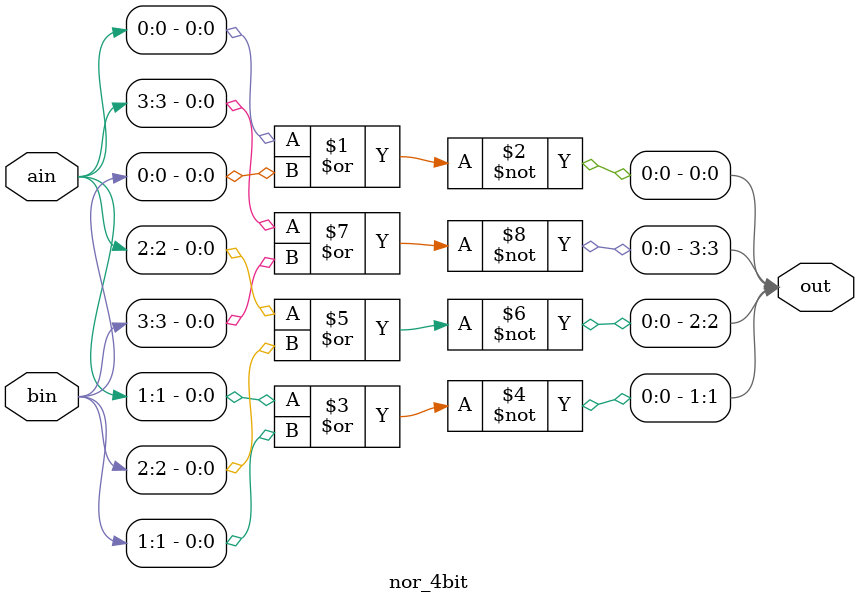
<source format=v>
module nor_4bit (
	output [3:0] out,
	input [3:0] ain,
	input [3:0] bin
);

	nor (out[0], ain[0], bin[0]);
	nor (out[1], ain[1], bin[1]);
	nor (out[2], ain[2], bin[2]);
	nor (out[3], ain[3], bin[3]);

endmodule
</source>
